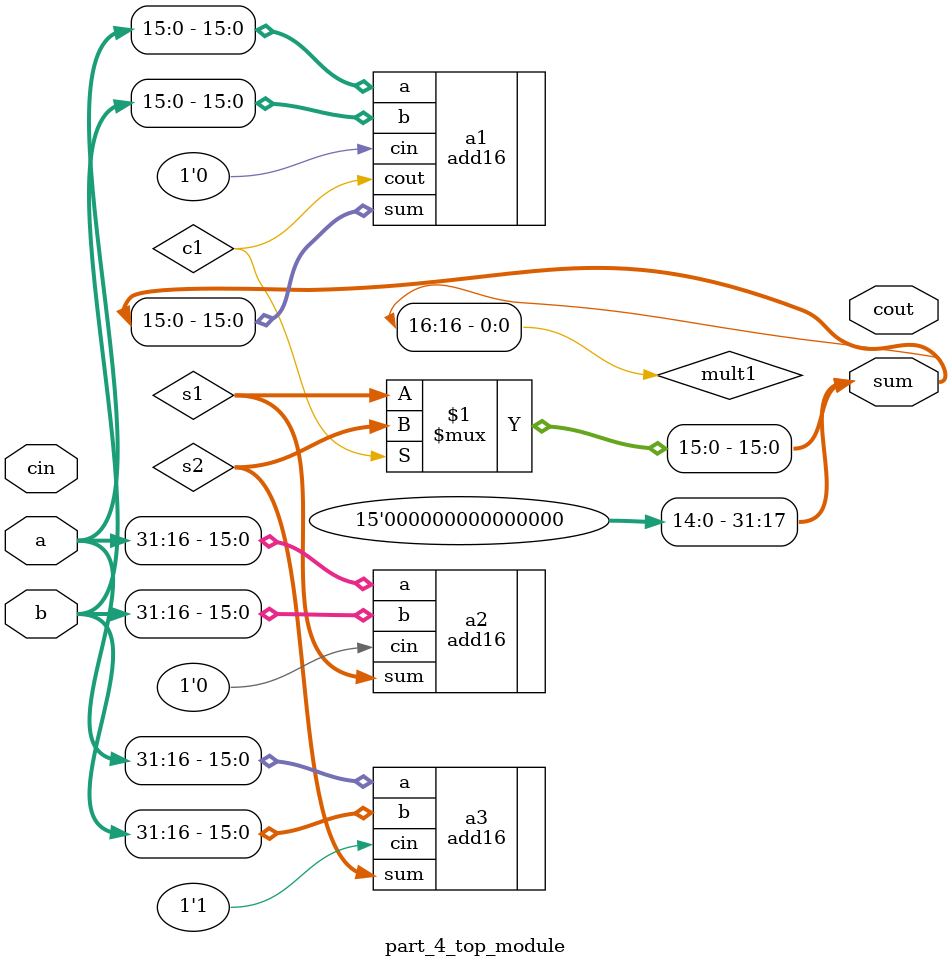
<source format=v>
module part_4_top_module (input [31:0]a, input [31:0]b, input cin, output [31:0] sum, output cout);

    wire c1;
    add16 a1(
        .a(a[15:0]), .b(b[15:0]), .cin(1'b0),
        .sum(sum[15:0]), .cout(c1)
    );

    wire [15:0] s1;
    add16 a2(
        .a(a[31:16]), .b(b[31:16]), .cin(1'b0),
        .sum(s1)
    );

    wire [15:0] s2;
    add16 a3(
        .a(a[31:16]), .b(b[31: 16]), .cin(1'b1),
        .sum(s2)
    );

    // reg [15:0] mult1;
    // always @(*) begin
    //     case (c1)
    //         1'b0: mult1 <= s1;
    //         1'b1: mult1 <= s2;
    //     endcase
    // end

    assign sum[15:0] = c1? s2:s1;

    assign sum[31:16] = mult1;



endmodule

</source>
